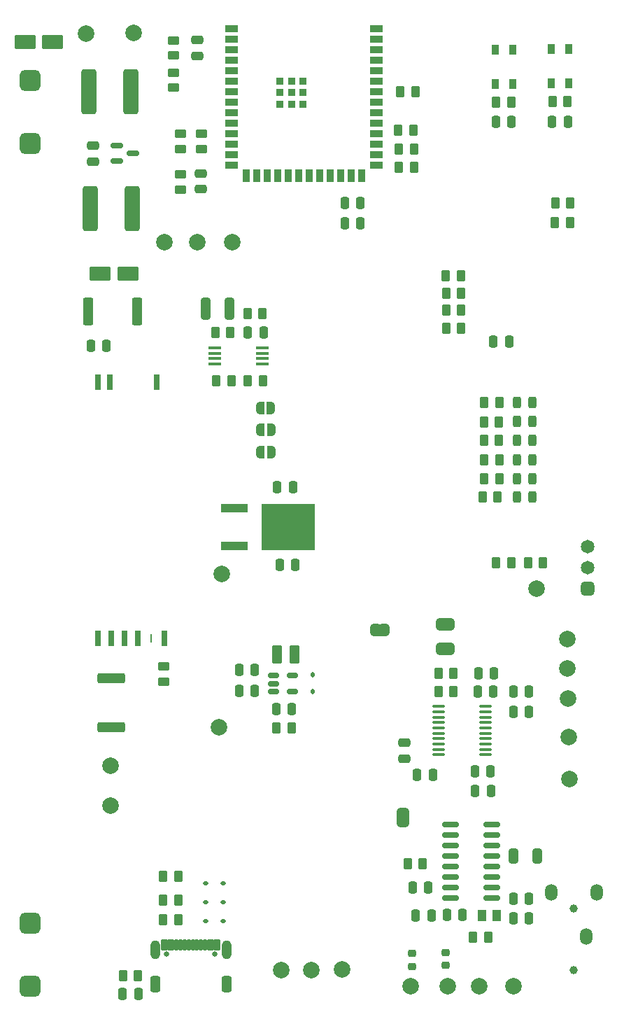
<source format=gbr>
%TF.GenerationSoftware,KiCad,Pcbnew,9.0.0*%
%TF.CreationDate,2025-08-08T14:04:17-04:00*%
%TF.ProjectId,Messages4,4d657373-6167-4657-9334-2e6b69636164,rev?*%
%TF.SameCoordinates,Original*%
%TF.FileFunction,Soldermask,Top*%
%TF.FilePolarity,Negative*%
%FSLAX46Y46*%
G04 Gerber Fmt 4.6, Leading zero omitted, Abs format (unit mm)*
G04 Created by KiCad (PCBNEW 9.0.0) date 2025-08-08 14:04:17*
%MOMM*%
%LPD*%
G01*
G04 APERTURE LIST*
G04 Aperture macros list*
%AMRoundRect*
0 Rectangle with rounded corners*
0 $1 Rounding radius*
0 $2 $3 $4 $5 $6 $7 $8 $9 X,Y pos of 4 corners*
0 Add a 4 corners polygon primitive as box body*
4,1,4,$2,$3,$4,$5,$6,$7,$8,$9,$2,$3,0*
0 Add four circle primitives for the rounded corners*
1,1,$1+$1,$2,$3*
1,1,$1+$1,$4,$5*
1,1,$1+$1,$6,$7*
1,1,$1+$1,$8,$9*
0 Add four rect primitives between the rounded corners*
20,1,$1+$1,$2,$3,$4,$5,0*
20,1,$1+$1,$4,$5,$6,$7,0*
20,1,$1+$1,$6,$7,$8,$9,0*
20,1,$1+$1,$8,$9,$2,$3,0*%
%AMFreePoly0*
4,1,23,0.500000,-0.750000,0.000000,-0.750000,0.000000,-0.745722,-0.065263,-0.745722,-0.191342,-0.711940,-0.304381,-0.646677,-0.396677,-0.554381,-0.461940,-0.441342,-0.495722,-0.315263,-0.495722,-0.250000,-0.500000,-0.250000,-0.500000,0.250000,-0.495722,0.250000,-0.495722,0.315263,-0.461940,0.441342,-0.396677,0.554381,-0.304381,0.646677,-0.191342,0.711940,-0.065263,0.745722,0.000000,0.745722,
0.000000,0.750000,0.500000,0.750000,0.500000,-0.750000,0.500000,-0.750000,$1*%
%AMFreePoly1*
4,1,23,0.000000,0.745722,0.065263,0.745722,0.191342,0.711940,0.304381,0.646677,0.396677,0.554381,0.461940,0.441342,0.495722,0.315263,0.495722,0.250000,0.500000,0.250000,0.500000,-0.250000,0.495722,-0.250000,0.495722,-0.315263,0.461940,-0.441342,0.396677,-0.554381,0.304381,-0.646677,0.191342,-0.711940,0.065263,-0.745722,0.000000,-0.745722,0.000000,-0.750000,-0.500000,-0.750000,
-0.500000,0.750000,0.000000,0.750000,0.000000,0.745722,0.000000,0.745722,$1*%
G04 Aperture macros list end*
%ADD10C,2.000000*%
%ADD11RoundRect,0.250000X0.262500X0.450000X-0.262500X0.450000X-0.262500X-0.450000X0.262500X-0.450000X0*%
%ADD12RoundRect,0.250000X0.250000X0.475000X-0.250000X0.475000X-0.250000X-0.475000X0.250000X-0.475000X0*%
%ADD13RoundRect,0.250000X-0.262500X-0.450000X0.262500X-0.450000X0.262500X0.450000X-0.262500X0.450000X0*%
%ADD14RoundRect,0.250000X-0.250000X-0.475000X0.250000X-0.475000X0.250000X0.475000X-0.250000X0.475000X0*%
%ADD15R,0.760000X1.910000*%
%ADD16R,0.150000X1.000000*%
%ADD17RoundRect,0.112500X0.187500X0.112500X-0.187500X0.112500X-0.187500X-0.112500X0.187500X-0.112500X0*%
%ADD18RoundRect,0.150000X-0.587500X-0.150000X0.587500X-0.150000X0.587500X0.150000X-0.587500X0.150000X0*%
%ADD19R,3.302000X1.117600*%
%ADD20R,6.400800X5.689600*%
%ADD21RoundRect,0.102000X-1.130000X-0.755000X1.130000X-0.755000X1.130000X0.755000X-1.130000X0.755000X0*%
%ADD22RoundRect,0.243750X0.243750X0.456250X-0.243750X0.456250X-0.243750X-0.456250X0.243750X-0.456250X0*%
%ADD23RoundRect,0.635000X-0.635000X-0.635000X0.635000X-0.635000X0.635000X0.635000X-0.635000X0.635000X0*%
%ADD24RoundRect,0.635000X0.635000X0.635000X-0.635000X0.635000X-0.635000X-0.635000X0.635000X-0.635000X0*%
%ADD25RoundRect,0.250000X0.450000X-0.262500X0.450000X0.262500X-0.450000X0.262500X-0.450000X-0.262500X0*%
%ADD26RoundRect,0.218750X0.256250X-0.218750X0.256250X0.218750X-0.256250X0.218750X-0.256250X-0.218750X0*%
%ADD27RoundRect,0.250000X-0.650000X-2.450000X0.650000X-2.450000X0.650000X2.450000X-0.650000X2.450000X0*%
%ADD28RoundRect,0.412500X0.412500X-0.412500X0.412500X0.412500X-0.412500X0.412500X-0.412500X-0.412500X0*%
%ADD29C,1.650000*%
%ADD30FreePoly0,90.000000*%
%ADD31FreePoly1,90.000000*%
%ADD32RoundRect,0.250000X-1.425000X0.362500X-1.425000X-0.362500X1.425000X-0.362500X1.425000X0.362500X0*%
%ADD33R,1.500000X0.449999*%
%ADD34RoundRect,0.250000X-0.450000X0.262500X-0.450000X-0.262500X0.450000X-0.262500X0.450000X0.262500X0*%
%ADD35RoundRect,0.250000X0.375000X0.850000X-0.375000X0.850000X-0.375000X-0.850000X0.375000X-0.850000X0*%
%ADD36RoundRect,0.102000X-0.445000X-0.565000X0.445000X-0.565000X0.445000X0.565000X-0.445000X0.565000X0*%
%ADD37C,0.990600*%
%ADD38O,1.498600X2.006600*%
%ADD39FreePoly0,0.000000*%
%ADD40FreePoly1,0.000000*%
%ADD41RoundRect,0.250000X-0.325000X-0.650000X0.325000X-0.650000X0.325000X0.650000X-0.325000X0.650000X0*%
%ADD42FreePoly0,180.000000*%
%ADD43FreePoly1,180.000000*%
%ADD44RoundRect,0.150000X-0.850000X-0.150000X0.850000X-0.150000X0.850000X0.150000X-0.850000X0.150000X0*%
%ADD45RoundRect,0.102000X1.130000X0.755000X-1.130000X0.755000X-1.130000X-0.755000X1.130000X-0.755000X0*%
%ADD46RoundRect,0.250000X-0.362500X-1.425000X0.362500X-1.425000X0.362500X1.425000X-0.362500X1.425000X0*%
%ADD47RoundRect,0.102000X-0.325000X0.525000X-0.325000X-0.525000X0.325000X-0.525000X0.325000X0.525000X0*%
%ADD48RoundRect,0.250000X-0.475000X0.250000X-0.475000X-0.250000X0.475000X-0.250000X0.475000X0.250000X0*%
%ADD49RoundRect,0.250000X0.312500X1.075000X-0.312500X1.075000X-0.312500X-1.075000X0.312500X-1.075000X0*%
%ADD50RoundRect,0.150000X-0.512500X-0.150000X0.512500X-0.150000X0.512500X0.150000X-0.512500X0.150000X0*%
%ADD51C,0.650000*%
%ADD52RoundRect,0.095000X-0.300000X-0.575000X0.300000X-0.575000X0.300000X0.575000X-0.300000X0.575000X0*%
%ADD53RoundRect,0.095000X-0.150000X-0.600000X0.150000X-0.600000X0.150000X0.600000X-0.150000X0.600000X0*%
%ADD54O,1.204000X2.304000*%
%ADD55RoundRect,0.301000X-0.301000X-0.701000X0.301000X-0.701000X0.301000X0.701000X-0.301000X0.701000X0*%
%ADD56RoundRect,0.250000X0.475000X-0.250000X0.475000X0.250000X-0.475000X0.250000X-0.475000X-0.250000X0*%
%ADD57RoundRect,0.100000X-0.637500X-0.100000X0.637500X-0.100000X0.637500X0.100000X-0.637500X0.100000X0*%
%ADD58R,1.500000X0.900000*%
%ADD59R,0.900000X1.500000*%
%ADD60R,0.900000X0.900000*%
%ADD61RoundRect,0.112500X0.112500X-0.187500X0.112500X0.187500X-0.112500X0.187500X-0.112500X-0.187500X0*%
G04 APERTURE END LIST*
%TO.C,JP8*%
G36*
X85025000Y-164250000D02*
G01*
X86525000Y-164250000D01*
X86525000Y-163950000D01*
X85025000Y-163950000D01*
X85025000Y-164250000D01*
G37*
%TO.C,JP7*%
G36*
X83150000Y-142200000D02*
G01*
X82850000Y-142200000D01*
X82850000Y-140700000D01*
X83150000Y-140700000D01*
X83150000Y-142200000D01*
G37*
%TO.C,JP4*%
G36*
X90750000Y-142950000D02*
G01*
X91050000Y-142950000D01*
X91050000Y-144450000D01*
X90750000Y-144450000D01*
X90750000Y-142950000D01*
G37*
%TO.C,JP6*%
G36*
X90750000Y-139975000D02*
G01*
X91050000Y-139975000D01*
X91050000Y-141475000D01*
X90750000Y-141475000D01*
X90750000Y-139975000D01*
G37*
%TD*%
D10*
%TO.C,-OUTL*%
X91175000Y-184500000D03*
%TD*%
%TO.C,-OUTR*%
X95025000Y-184500000D03*
%TD*%
%TO.C,+OUTR*%
X99125000Y-184500000D03*
%TD*%
%TO.C,+OUTL*%
X86750000Y-184500000D03*
%TD*%
D11*
%TO.C,R44*%
X96087500Y-178575000D03*
X94262500Y-178575000D03*
%TD*%
%TO.C,R43*%
X88187500Y-169675000D03*
X86362500Y-169675000D03*
%TD*%
D12*
%TO.C,C33*%
X89225000Y-175975000D03*
X87325000Y-175975000D03*
%TD*%
D13*
%TO.C,R3*%
X63087508Y-105450000D03*
X64912508Y-105450000D03*
%TD*%
D11*
%TO.C,R30*%
X91900000Y-148825000D03*
X90075000Y-148825000D03*
%TD*%
D10*
%TO.C,OUTL1*%
X105925000Y-159450000D03*
%TD*%
D14*
%TO.C,C17*%
X78750000Y-92200000D03*
X80650000Y-92200000D03*
%TD*%
D15*
%TO.C,T1*%
X48912500Y-142405000D03*
X50512500Y-142405000D03*
X52112500Y-142405000D03*
X53712500Y-142405000D03*
D16*
X55282500Y-142405000D03*
D15*
X56912500Y-142405000D03*
X55942500Y-111475000D03*
X50342500Y-111475000D03*
X48912500Y-111435000D03*
%TD*%
D11*
%TO.C,R21*%
X87112500Y-85475000D03*
X85287500Y-85475000D03*
%TD*%
%TO.C,R12*%
X105712500Y-77500000D03*
X103887500Y-77500000D03*
%TD*%
D17*
%TO.C,D10*%
X64050000Y-174350000D03*
X61950000Y-174350000D03*
%TD*%
D11*
%TO.C,R39*%
X92837500Y-102750000D03*
X91012500Y-102750000D03*
%TD*%
D18*
%TO.C,Q1*%
X51200000Y-82800000D03*
X51200000Y-84700000D03*
X53075000Y-83750000D03*
%TD*%
D10*
%TO.C,GND1*%
X50400000Y-162675000D03*
%TD*%
D11*
%TO.C,R26*%
X53712500Y-183250000D03*
X51887500Y-183250000D03*
%TD*%
%TO.C,R37*%
X92812500Y-98575000D03*
X90987500Y-98575000D03*
%TD*%
D14*
%TO.C,C3*%
X48000000Y-107000000D03*
X49900000Y-107000000D03*
%TD*%
D19*
%TO.C,U2*%
X65371800Y-126639000D03*
D20*
X71925000Y-128925000D03*
D19*
X65371800Y-131211000D03*
%TD*%
D10*
%TO.C,5V1*%
X63550000Y-153175000D03*
%TD*%
D11*
%TO.C,R31*%
X91900000Y-146625000D03*
X90075000Y-146625000D03*
%TD*%
%TO.C,R13*%
X98912500Y-77600000D03*
X97087500Y-77600000D03*
%TD*%
D21*
%TO.C,D2*%
X40030000Y-70300000D03*
X43370000Y-70300000D03*
%TD*%
D14*
%TO.C,C8*%
X70573100Y-124125000D03*
X72473100Y-124125000D03*
%TD*%
D22*
%TO.C,D5*%
X101437500Y-116200000D03*
X99562500Y-116200000D03*
%TD*%
D23*
%TO.C,F1*%
X40700000Y-184477500D03*
X40700000Y-176857500D03*
D24*
X40695000Y-82582500D03*
X40695000Y-74962500D03*
%TD*%
D11*
%TO.C,R23*%
X87137500Y-83230000D03*
X85312500Y-83230000D03*
%TD*%
D14*
%TO.C,C27*%
X94525000Y-160850000D03*
X96425000Y-160850000D03*
%TD*%
%TO.C,C19*%
X94900000Y-146625000D03*
X96800000Y-146625000D03*
%TD*%
D25*
%TO.C,R9*%
X58900000Y-88112500D03*
X58900000Y-86287500D03*
%TD*%
D14*
%TO.C,C12*%
X65950000Y-146240000D03*
X67850000Y-146240000D03*
%TD*%
%TO.C,C25*%
X94500000Y-158550000D03*
X96400000Y-158550000D03*
%TD*%
%TO.C,C31*%
X99150000Y-173950000D03*
X101050000Y-173950000D03*
%TD*%
D26*
%TO.C,FB2*%
X90925000Y-181987500D03*
X90925000Y-180412500D03*
%TD*%
D27*
%TO.C,C2*%
X47900000Y-90400000D03*
X53000000Y-90400000D03*
%TD*%
D28*
%TO.C,RV1*%
X108137500Y-136440000D03*
D29*
X108137500Y-133900000D03*
X108137500Y-131360000D03*
%TD*%
D11*
%TO.C,R16*%
X97400000Y-118500000D03*
X95575000Y-118500000D03*
%TD*%
D10*
%TO.C,LRCK1*%
X105700000Y-146075000D03*
%TD*%
D14*
%TO.C,C11*%
X97050000Y-79900000D03*
X98950000Y-79900000D03*
%TD*%
%TO.C,C24*%
X91125000Y-175900000D03*
X93025000Y-175900000D03*
%TD*%
D27*
%TO.C,C4*%
X47750000Y-76300000D03*
X52850000Y-76300000D03*
%TD*%
D11*
%TO.C,R14*%
X97450000Y-113900000D03*
X95625000Y-113900000D03*
%TD*%
D10*
%TO.C,DRAIN1*%
X65150000Y-94500000D03*
%TD*%
D30*
%TO.C,JP8*%
X85775000Y-164750000D03*
D31*
X85775000Y-163450000D03*
%TD*%
D32*
%TO.C,R6*%
X50500000Y-147237500D03*
X50500000Y-153162500D03*
%TD*%
D33*
%TO.C,U1*%
X63000024Y-107275001D03*
X63000024Y-107924999D03*
X63000024Y-108575001D03*
X63000024Y-109224999D03*
X68799992Y-109224999D03*
X68799992Y-108575001D03*
X68799992Y-107924999D03*
X68799992Y-107275001D03*
%TD*%
D34*
%TO.C,R29*%
X58900000Y-81375000D03*
X58900000Y-83200000D03*
%TD*%
D11*
%TO.C,R27*%
X58612500Y-174050000D03*
X56787500Y-174050000D03*
%TD*%
D35*
%TO.C,L1*%
X72700000Y-144350000D03*
X70550000Y-144350000D03*
%TD*%
D36*
%TO.C,C28*%
X95355000Y-175925000D03*
X97095000Y-175925000D03*
%TD*%
D10*
%TO.C,+5V1*%
X78400000Y-182500000D03*
%TD*%
D37*
%TO.C,J2*%
X106450000Y-182590435D03*
X106450000Y-175090435D03*
D38*
X107950124Y-178490435D03*
X103699942Y-173190433D03*
X109199941Y-173190433D03*
%TD*%
D17*
%TO.C,D12*%
X64050000Y-176650000D03*
X61950000Y-176650000D03*
%TD*%
D11*
%TO.C,R17*%
X97450000Y-120800000D03*
X95625000Y-120800000D03*
%TD*%
D14*
%TO.C,C16*%
X78750000Y-89740000D03*
X80650000Y-89740000D03*
%TD*%
D13*
%TO.C,R11*%
X70487500Y-153250000D03*
X72312500Y-153250000D03*
%TD*%
D11*
%TO.C,R24*%
X87037500Y-80950000D03*
X85212500Y-80950000D03*
%TD*%
D39*
%TO.C,JP2*%
X68550000Y-119925000D03*
D40*
X69850000Y-119925000D03*
%TD*%
D11*
%TO.C,R41*%
X106012500Y-92100000D03*
X104187500Y-92100000D03*
%TD*%
D41*
%TO.C,C29*%
X99125000Y-168750000D03*
X102075000Y-168750000D03*
%TD*%
D12*
%TO.C,C23*%
X89387500Y-158900000D03*
X87487500Y-158900000D03*
%TD*%
D42*
%TO.C,JP7*%
X83650000Y-141450000D03*
D43*
X82350000Y-141450000D03*
%TD*%
D42*
%TO.C,JP3*%
X69850000Y-117225000D03*
D43*
X68550000Y-117225000D03*
%TD*%
D44*
%TO.C,U5*%
X91575000Y-164980000D03*
X91575000Y-166250000D03*
X91575000Y-167520000D03*
X91575000Y-168790000D03*
X91575000Y-170060000D03*
X91575000Y-171330000D03*
X91575000Y-172600000D03*
X91575000Y-173870000D03*
X96575000Y-173870000D03*
X96575000Y-172600000D03*
X96575000Y-171330000D03*
X96575000Y-170060000D03*
X96575000Y-168790000D03*
X96575000Y-167520000D03*
X96575000Y-166250000D03*
X96575000Y-164980000D03*
%TD*%
D22*
%TO.C,D6*%
X101425000Y-118500000D03*
X99550000Y-118500000D03*
%TD*%
D10*
%TO.C,VBUS1*%
X50400000Y-157850000D03*
%TD*%
%TO.C,OUTR1*%
X105825000Y-154350000D03*
%TD*%
D11*
%TO.C,R32*%
X58587500Y-171200000D03*
X56762500Y-171200000D03*
%TD*%
%TO.C,R38*%
X92837500Y-100700000D03*
X91012500Y-100700000D03*
%TD*%
D34*
%TO.C,R25*%
X58000000Y-70087500D03*
X58000000Y-71912500D03*
%TD*%
D17*
%TO.C,D11*%
X64050000Y-172050000D03*
X61950000Y-172050000D03*
%TD*%
D10*
%TO.C,HIV-1*%
X47425000Y-69250000D03*
%TD*%
D12*
%TO.C,C18*%
X88875000Y-172600000D03*
X86975000Y-172600000D03*
%TD*%
D10*
%TO.C,DOUT1*%
X105650000Y-142500000D03*
%TD*%
D11*
%TO.C,R22*%
X58612500Y-176450000D03*
X56787500Y-176450000D03*
%TD*%
D45*
%TO.C,D1*%
X52495000Y-98300000D03*
X49155000Y-98300000D03*
%TD*%
D11*
%TO.C,R8*%
X87300000Y-76330000D03*
X85475000Y-76330000D03*
%TD*%
D14*
%TO.C,C32*%
X96750000Y-106525000D03*
X98650000Y-106525000D03*
%TD*%
D46*
%TO.C,R4*%
X47700000Y-102900000D03*
X53625000Y-102900000D03*
%TD*%
D47*
%TO.C,S1*%
X105875000Y-71125000D03*
X105875000Y-75275000D03*
X103725000Y-71125000D03*
X103725000Y-75275000D03*
%TD*%
D11*
%TO.C,R42*%
X106037500Y-89750000D03*
X104212500Y-89750000D03*
%TD*%
%TO.C,R15*%
X97425000Y-116300000D03*
X95600000Y-116300000D03*
%TD*%
D14*
%TO.C,C20*%
X94850000Y-148825000D03*
X96750000Y-148825000D03*
%TD*%
D48*
%TO.C,C26*%
X85975000Y-155075000D03*
X85975000Y-156975000D03*
%TD*%
D14*
%TO.C,C1*%
X67000008Y-105440000D03*
X68900008Y-105440000D03*
%TD*%
D49*
%TO.C,R7*%
X64812500Y-102550000D03*
X61887500Y-102550000D03*
%TD*%
D14*
%TO.C,C22*%
X99137500Y-151300000D03*
X101037500Y-151300000D03*
%TD*%
D11*
%TO.C,R18*%
X97450000Y-123100000D03*
X95625000Y-123100000D03*
%TD*%
D14*
%TO.C,C30*%
X99150000Y-176250000D03*
X101050000Y-176250000D03*
%TD*%
D47*
%TO.C,S2*%
X99075000Y-71225000D03*
X99075000Y-75375000D03*
X96925000Y-71225000D03*
X96925000Y-75375000D03*
%TD*%
D50*
%TO.C,U3*%
X70125000Y-146950000D03*
X70125000Y-147900000D03*
X70125000Y-148850000D03*
X72400000Y-148850000D03*
X72400000Y-146950000D03*
%TD*%
D34*
%TO.C,R28*%
X61400000Y-81387500D03*
X61400000Y-83212500D03*
%TD*%
D39*
%TO.C,JP4*%
X90250000Y-143700000D03*
D40*
X91550000Y-143700000D03*
%TD*%
D10*
%TO.C,BCK1*%
X105800000Y-149675000D03*
%TD*%
D14*
%TO.C,C13*%
X65950000Y-148750000D03*
X67850000Y-148750000D03*
%TD*%
D10*
%TO.C,STG1*%
X60900000Y-94500000D03*
%TD*%
D42*
%TO.C,JP1*%
X69825000Y-114550000D03*
D43*
X68525000Y-114550000D03*
%TD*%
D22*
%TO.C,D8*%
X101475000Y-123100000D03*
X99600000Y-123100000D03*
%TD*%
D48*
%TO.C,C5*%
X61300000Y-86200000D03*
X61300000Y-88100000D03*
%TD*%
%TO.C,C6*%
X48300000Y-82850000D03*
X48300000Y-84750000D03*
%TD*%
D14*
%TO.C,C9*%
X70873100Y-133525000D03*
X72773100Y-133525000D03*
%TD*%
D10*
%TO.C,+3.3V1*%
X63900000Y-134625000D03*
%TD*%
D51*
%TO.C,J1*%
X57210000Y-180570000D03*
X62990000Y-180570000D03*
D52*
X56900000Y-179495000D03*
X57700000Y-179495000D03*
D53*
X58850000Y-179470000D03*
X59850000Y-179470000D03*
X60350000Y-179470000D03*
X61350000Y-179470000D03*
D52*
X63300000Y-179495000D03*
X62500000Y-179495000D03*
D53*
X61850000Y-179470000D03*
X60850000Y-179470000D03*
X59350000Y-179470000D03*
X58350000Y-179470000D03*
D54*
X55780000Y-180070000D03*
X64420000Y-180070000D03*
D55*
X55780000Y-184250000D03*
X64420000Y-184250000D03*
%TD*%
D10*
%TO.C,LAMP1*%
X74675000Y-182525000D03*
%TD*%
D13*
%TO.C,R34*%
X100925000Y-133300000D03*
X102750000Y-133300000D03*
%TD*%
D10*
%TO.C,PWM1*%
X53175000Y-69150000D03*
%TD*%
%TO.C,GND2*%
X71050000Y-182525000D03*
%TD*%
D14*
%TO.C,C21*%
X99137500Y-148900000D03*
X101037500Y-148900000D03*
%TD*%
D11*
%TO.C,R2*%
X65037500Y-111300000D03*
X63212500Y-111300000D03*
%TD*%
D39*
%TO.C,JP6*%
X90250000Y-140725000D03*
D40*
X91550000Y-140725000D03*
%TD*%
D34*
%TO.C,R20*%
X58000000Y-73987500D03*
X58000000Y-75812500D03*
%TD*%
D11*
%TO.C,R19*%
X97250000Y-125300000D03*
X95425000Y-125300000D03*
%TD*%
D56*
%TO.C,C14*%
X60900000Y-71950000D03*
X60900000Y-70050000D03*
%TD*%
D22*
%TO.C,D7*%
X101475000Y-120800000D03*
X99600000Y-120800000D03*
%TD*%
D57*
%TO.C,U6*%
X90062500Y-150650000D03*
X90062500Y-151300000D03*
X90062500Y-151950000D03*
X90062500Y-152600000D03*
X90062500Y-153250000D03*
X90062500Y-153900000D03*
X90062500Y-154550000D03*
X90062500Y-155200000D03*
X90062500Y-155850000D03*
X90062500Y-156500000D03*
X95787500Y-156500000D03*
X95787500Y-155850000D03*
X95787500Y-155200000D03*
X95787500Y-154550000D03*
X95787500Y-153900000D03*
X95787500Y-153250000D03*
X95787500Y-152600000D03*
X95787500Y-151950000D03*
X95787500Y-151300000D03*
X95787500Y-150650000D03*
%TD*%
D22*
%TO.C,D9*%
X101475000Y-125300000D03*
X99600000Y-125300000D03*
%TD*%
D11*
%TO.C,R5*%
X68812500Y-111300000D03*
X66987500Y-111300000D03*
%TD*%
%TO.C,R40*%
X92837500Y-104925000D03*
X91012500Y-104925000D03*
%TD*%
D22*
%TO.C,D4*%
X101450000Y-113900000D03*
X99575000Y-113900000D03*
%TD*%
D58*
%TO.C,U4*%
X65050000Y-68680000D03*
X65050000Y-69950000D03*
X65050000Y-71220000D03*
X65050000Y-72490000D03*
X65050000Y-73760000D03*
X65050000Y-75030000D03*
X65050000Y-76300000D03*
X65050000Y-77570000D03*
X65050000Y-78840000D03*
X65050000Y-80110000D03*
X65050000Y-81380000D03*
X65050000Y-82650000D03*
X65050000Y-83920000D03*
X65050000Y-85190000D03*
D59*
X66815000Y-86440000D03*
X68085000Y-86440000D03*
X69355000Y-86440000D03*
X70625000Y-86440000D03*
X71895000Y-86440000D03*
X73165000Y-86440000D03*
X74435000Y-86440000D03*
X75705000Y-86440000D03*
X76975000Y-86440000D03*
X78245000Y-86440000D03*
X79515000Y-86440000D03*
X80785000Y-86440000D03*
D58*
X82550000Y-85190000D03*
X82550000Y-83920000D03*
X82550000Y-82650000D03*
X82550000Y-81380000D03*
X82550000Y-80110000D03*
X82550000Y-78840000D03*
X82550000Y-77570000D03*
X82550000Y-76300000D03*
X82550000Y-75030000D03*
X82550000Y-73760000D03*
X82550000Y-72490000D03*
X82550000Y-71220000D03*
X82550000Y-69950000D03*
X82550000Y-68680000D03*
D60*
X72300000Y-76400000D03*
X72300000Y-75000000D03*
X70900000Y-75000000D03*
X70900000Y-76400000D03*
X70900000Y-77800000D03*
X72300000Y-77800000D03*
X73700000Y-77800000D03*
X73700000Y-76400000D03*
X73700000Y-75000000D03*
%TD*%
D10*
%TO.C,HIV+1*%
X56900000Y-94500000D03*
%TD*%
D11*
%TO.C,R10*%
X68787500Y-103100000D03*
X66962500Y-103100000D03*
%TD*%
D26*
%TO.C,FB1*%
X86925000Y-182112500D03*
X86925000Y-180537500D03*
%TD*%
D34*
%TO.C,R1*%
X56850000Y-145812500D03*
X56850000Y-147637500D03*
%TD*%
D10*
%TO.C,DAC_MONO1*%
X101925000Y-136400000D03*
%TD*%
D14*
%TO.C,C10*%
X103850000Y-79900000D03*
X105750000Y-79900000D03*
%TD*%
D12*
%TO.C,C7*%
X72350000Y-150950000D03*
X70450000Y-150950000D03*
%TD*%
D14*
%TO.C,C15*%
X51862500Y-185400000D03*
X53762500Y-185400000D03*
%TD*%
D61*
%TO.C,D3*%
X74900000Y-148900000D03*
X74900000Y-146800000D03*
%TD*%
D11*
%TO.C,R33*%
X98887500Y-133300000D03*
X97062500Y-133300000D03*
%TD*%
M02*

</source>
